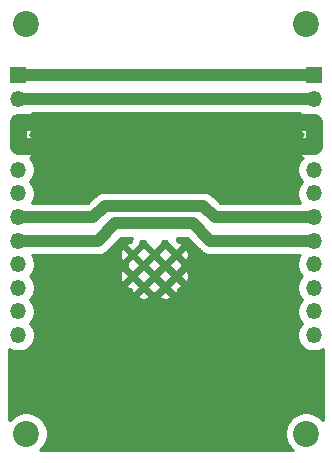
<source format=gbl>
%TF.GenerationSoftware,KiCad,Pcbnew,5.1.7-a382d34a8~88~ubuntu18.04.1*%
%TF.CreationDate,2022-05-18T14:25:08-05:00*%
%TF.ProjectId,Global_Val_Sen_CPU,476c6f62-616c-45f5-9661-6c5f53656e5f,rev?*%
%TF.SameCoordinates,Original*%
%TF.FileFunction,Copper,L2,Bot*%
%TF.FilePolarity,Positive*%
%FSLAX46Y46*%
G04 Gerber Fmt 4.6, Leading zero omitted, Abs format (unit mm)*
G04 Created by KiCad (PCBNEW 5.1.7-a382d34a8~88~ubuntu18.04.1) date 2022-05-18 14:25:08*
%MOMM*%
%LPD*%
G01*
G04 APERTURE LIST*
%TA.AperFunction,ComponentPad*%
%ADD10O,1.350000X1.350000*%
%TD*%
%TA.AperFunction,ComponentPad*%
%ADD11R,1.350000X1.350000*%
%TD*%
%TA.AperFunction,ComponentPad*%
%ADD12C,2.200000*%
%TD*%
%TA.AperFunction,ComponentPad*%
%ADD13C,0.762000*%
%TD*%
%TA.AperFunction,Conductor*%
%ADD14C,1.000000*%
%TD*%
%TA.AperFunction,Conductor*%
%ADD15C,1.400000*%
%TD*%
%TA.AperFunction,Conductor*%
%ADD16C,0.254000*%
%TD*%
%TA.AperFunction,Conductor*%
%ADD17C,0.100000*%
%TD*%
G04 APERTURE END LIST*
D10*
%TO.P,JD_cpu1,12*%
%TO.N,CS*%
X86500000Y-68500000D03*
%TO.P,JD_cpu1,11*%
%TO.N,CLK*%
X86500000Y-66500000D03*
%TO.P,JD_cpu1,10*%
%TO.N,MISO*%
X86500000Y-64500000D03*
%TO.P,JD_cpu1,9*%
%TO.N,SDA0*%
X86500000Y-62500000D03*
%TO.P,JD_cpu1,8*%
%TO.N,RX*%
X86500000Y-60500000D03*
%TO.P,JD_cpu1,7*%
%TO.N,TX*%
X86500000Y-58500000D03*
%TO.P,JD_cpu1,6*%
%TO.N,SCL0*%
X86500000Y-56500000D03*
%TO.P,JD_cpu1,5*%
%TO.N,MOSI*%
X86500000Y-54500000D03*
%TO.P,JD_cpu1,4*%
%TO.N,GND*%
X86500000Y-52500000D03*
%TO.P,JD_cpu1,3*%
X86500000Y-50500000D03*
%TO.P,JD_cpu1,2*%
%TO.N,+3V3*%
X86500000Y-48500000D03*
D11*
%TO.P,JD_cpu1,1*%
%TO.N,+5V*%
X86500000Y-46500000D03*
%TD*%
D10*
%TO.P,JI_cpu1,12*%
%TO.N,IO33*%
X61500000Y-68500000D03*
%TO.P,JI_cpu1,11*%
%TO.N,IO32*%
X61500000Y-66500000D03*
%TO.P,JI_cpu1,10*%
%TO.N,I35*%
X61500000Y-64500000D03*
%TO.P,JI_cpu1,9*%
%TO.N,I34*%
X61500000Y-62500000D03*
%TO.P,JI_cpu1,8*%
%TO.N,RX*%
X61500000Y-60500000D03*
%TO.P,JI_cpu1,7*%
%TO.N,TX*%
X61500000Y-58500000D03*
%TO.P,JI_cpu1,6*%
%TO.N,S_VN*%
X61500000Y-56500000D03*
%TO.P,JI_cpu1,5*%
%TO.N,S_VP*%
X61500000Y-54500000D03*
%TO.P,JI_cpu1,4*%
%TO.N,GND*%
X61500000Y-52500000D03*
%TO.P,JI_cpu1,3*%
X61500000Y-50500000D03*
%TO.P,JI_cpu1,2*%
%TO.N,+3V3*%
X61500000Y-48500000D03*
D11*
%TO.P,JI_cpu1,1*%
%TO.N,+5V*%
X61500000Y-46500000D03*
%TD*%
D12*
%TO.P,Hrs1,1*%
%TO.N,N/C*%
X85850000Y-42150000D03*
%TD*%
%TO.P,Hdd1,1*%
%TO.N,N/C*%
X85850000Y-76850000D03*
%TD*%
%TO.P,His1,*%
%TO.N,*%
X62150000Y-42150000D03*
%TD*%
%TO.P,Hid1,*%
%TO.N,*%
X62150000Y-76850000D03*
%TD*%
D13*
%TO.P,U1,G.21*%
%TO.N,GND*%
X73917500Y-64425000D03*
%TO.P,U1,G.22*%
X72082500Y-64425000D03*
%TO.P,U1,G.11*%
X73917500Y-60755000D03*
%TO.P,U1,G.12*%
X72082500Y-60755000D03*
%TO.P,U1,G.16*%
X73917500Y-62590000D03*
%TO.P,U1,G.17*%
X72082500Y-62590000D03*
%TO.P,U1,G.18*%
X74835000Y-63507500D03*
%TO.P,U1,G.19*%
X73000000Y-63507500D03*
%TO.P,U1,G.20*%
X71165000Y-63507500D03*
%TO.P,U1,G.13*%
X74835000Y-61672500D03*
%TO.P,U1,G.15*%
X71165000Y-61672500D03*
%TO.P,U1,G.14*%
X73000000Y-61672500D03*
%TD*%
D14*
%TO.N,+3V3*%
X86500000Y-48500000D02*
X61500000Y-48500000D01*
D15*
%TO.N,GND*%
X61500000Y-50500000D02*
X61500000Y-52500000D01*
X61500000Y-52500000D02*
X86500000Y-52500000D01*
X86500000Y-50500000D02*
X61500000Y-50500000D01*
X86500000Y-52500000D02*
X86500000Y-50500000D01*
D14*
%TO.N,+5V*%
X86500000Y-46500000D02*
X61500000Y-46500000D01*
%TO.N,RX*%
X86500000Y-60500000D02*
X77750000Y-60500000D01*
X77750000Y-60500000D02*
X76300000Y-59050000D01*
X76300000Y-59050000D02*
X69700000Y-59050000D01*
X68250000Y-60500000D02*
X61500000Y-60500000D01*
X69700000Y-59050000D02*
X68250000Y-60500000D01*
%TO.N,TX*%
X61500000Y-58500000D02*
X67850000Y-58500000D01*
X67850000Y-58500000D02*
X68800000Y-57550000D01*
X68800000Y-57550000D02*
X77150000Y-57550000D01*
X78100000Y-58500000D02*
X86500000Y-58500000D01*
X77150000Y-57550000D02*
X78100000Y-58500000D01*
%TD*%
D16*
%TO.N,GND*%
X71032516Y-60450438D02*
X71005758Y-60594103D01*
X70834894Y-60630264D01*
X70661448Y-60702108D01*
X70642517Y-60919500D01*
X71165000Y-61441983D01*
X71851983Y-60755000D01*
X71837841Y-60740858D01*
X72068358Y-60510341D01*
X72082500Y-60524483D01*
X72096642Y-60510341D01*
X72327159Y-60740858D01*
X72313017Y-60755000D01*
X73000000Y-61441983D01*
X73686983Y-60755000D01*
X73672841Y-60740858D01*
X73903358Y-60510341D01*
X73917500Y-60524483D01*
X73931642Y-60510341D01*
X74162159Y-60740858D01*
X74148017Y-60755000D01*
X74835000Y-61441983D01*
X75357483Y-60919500D01*
X75338552Y-60702108D01*
X75139562Y-60622516D01*
X74995897Y-60595758D01*
X74959736Y-60424894D01*
X74890192Y-60257000D01*
X75800045Y-60257000D01*
X76854597Y-61311553D01*
X76892393Y-61357607D01*
X76938446Y-61395402D01*
X76938450Y-61395406D01*
X77047432Y-61484845D01*
X77076182Y-61508440D01*
X77157803Y-61552067D01*
X77285866Y-61620518D01*
X77513386Y-61689536D01*
X77535657Y-61691729D01*
X77690705Y-61707000D01*
X77690712Y-61707000D01*
X77750000Y-61712839D01*
X77809288Y-61707000D01*
X85367748Y-61707000D01*
X85275287Y-61845377D01*
X85171109Y-62096885D01*
X85118000Y-62363885D01*
X85118000Y-62636115D01*
X85171109Y-62903115D01*
X85275287Y-63154623D01*
X85426530Y-63380974D01*
X85545556Y-63500000D01*
X85426530Y-63619026D01*
X85275287Y-63845377D01*
X85171109Y-64096885D01*
X85118000Y-64363885D01*
X85118000Y-64636115D01*
X85171109Y-64903115D01*
X85275287Y-65154623D01*
X85426530Y-65380974D01*
X85545556Y-65500000D01*
X85426530Y-65619026D01*
X85275287Y-65845377D01*
X85171109Y-66096885D01*
X85118000Y-66363885D01*
X85118000Y-66636115D01*
X85171109Y-66903115D01*
X85275287Y-67154623D01*
X85426530Y-67380974D01*
X85545556Y-67500000D01*
X85426530Y-67619026D01*
X85275287Y-67845377D01*
X85171109Y-68096885D01*
X85118000Y-68363885D01*
X85118000Y-68636115D01*
X85171109Y-68903115D01*
X85275287Y-69154623D01*
X85426530Y-69380974D01*
X85619026Y-69573470D01*
X85845377Y-69724713D01*
X86096885Y-69828891D01*
X86363885Y-69882000D01*
X86636115Y-69882000D01*
X86903115Y-69828891D01*
X87154623Y-69724713D01*
X87268001Y-69648956D01*
X87268001Y-75719676D01*
X87253588Y-75698105D01*
X87001895Y-75446412D01*
X86705935Y-75248658D01*
X86377082Y-75112442D01*
X86027974Y-75043000D01*
X85672026Y-75043000D01*
X85322918Y-75112442D01*
X84994065Y-75248658D01*
X84698105Y-75446412D01*
X84446412Y-75698105D01*
X84248658Y-75994065D01*
X84112442Y-76322918D01*
X84043000Y-76672026D01*
X84043000Y-77027974D01*
X84112442Y-77377082D01*
X84248658Y-77705935D01*
X84446412Y-78001895D01*
X84698105Y-78253588D01*
X84719674Y-78268000D01*
X63280326Y-78268000D01*
X63301895Y-78253588D01*
X63553588Y-78001895D01*
X63751342Y-77705935D01*
X63887558Y-77377082D01*
X63957000Y-77027974D01*
X63957000Y-76672026D01*
X63887558Y-76322918D01*
X63751342Y-75994065D01*
X63553588Y-75698105D01*
X63301895Y-75446412D01*
X63005935Y-75248658D01*
X62677082Y-75112442D01*
X62327974Y-75043000D01*
X61972026Y-75043000D01*
X61622918Y-75112442D01*
X61294065Y-75248658D01*
X60998105Y-75446412D01*
X60746412Y-75698105D01*
X60732000Y-75719674D01*
X60732000Y-69648957D01*
X60845377Y-69724713D01*
X61096885Y-69828891D01*
X61363885Y-69882000D01*
X61636115Y-69882000D01*
X61903115Y-69828891D01*
X62154623Y-69724713D01*
X62380974Y-69573470D01*
X62573470Y-69380974D01*
X62724713Y-69154623D01*
X62828891Y-68903115D01*
X62882000Y-68636115D01*
X62882000Y-68363885D01*
X62828891Y-68096885D01*
X62724713Y-67845377D01*
X62573470Y-67619026D01*
X62454444Y-67500000D01*
X62573470Y-67380974D01*
X62724713Y-67154623D01*
X62828891Y-66903115D01*
X62882000Y-66636115D01*
X62882000Y-66363885D01*
X62828891Y-66096885D01*
X62724713Y-65845377D01*
X62573470Y-65619026D01*
X62454444Y-65500000D01*
X62573470Y-65380974D01*
X62709092Y-65178000D01*
X71560017Y-65178000D01*
X71578948Y-65395392D01*
X71777938Y-65474984D01*
X71988632Y-65514226D01*
X72202933Y-65511610D01*
X72412606Y-65467236D01*
X72586052Y-65395392D01*
X72604983Y-65178000D01*
X73395017Y-65178000D01*
X73413948Y-65395392D01*
X73612938Y-65474984D01*
X73823632Y-65514226D01*
X74037933Y-65511610D01*
X74247606Y-65467236D01*
X74421052Y-65395392D01*
X74439983Y-65178000D01*
X73917500Y-64655517D01*
X73395017Y-65178000D01*
X72604983Y-65178000D01*
X72082500Y-64655517D01*
X71560017Y-65178000D01*
X62709092Y-65178000D01*
X62724713Y-65154623D01*
X62828891Y-64903115D01*
X62882000Y-64636115D01*
X62882000Y-64363885D01*
X62861436Y-64260500D01*
X70642517Y-64260500D01*
X70661448Y-64477892D01*
X70860438Y-64557484D01*
X71004103Y-64584242D01*
X71040264Y-64755106D01*
X71112108Y-64928552D01*
X71329500Y-64947483D01*
X71851983Y-64425000D01*
X72313017Y-64425000D01*
X72835500Y-64947483D01*
X73000000Y-64933158D01*
X73164500Y-64947483D01*
X73686983Y-64425000D01*
X74148017Y-64425000D01*
X74670500Y-64947483D01*
X74887892Y-64928552D01*
X74967484Y-64729562D01*
X74994242Y-64585897D01*
X75165106Y-64549736D01*
X75338552Y-64477892D01*
X75357483Y-64260500D01*
X74835000Y-63738017D01*
X74148017Y-64425000D01*
X73686983Y-64425000D01*
X73000000Y-63738017D01*
X72313017Y-64425000D01*
X71851983Y-64425000D01*
X71165000Y-63738017D01*
X70642517Y-64260500D01*
X62861436Y-64260500D01*
X62828891Y-64096885D01*
X62724713Y-63845377D01*
X62573470Y-63619026D01*
X62454444Y-63500000D01*
X62540812Y-63413632D01*
X70075774Y-63413632D01*
X70078390Y-63627933D01*
X70122764Y-63837606D01*
X70194608Y-64011052D01*
X70412000Y-64029983D01*
X70934483Y-63507500D01*
X71395517Y-63507500D01*
X72082500Y-64194483D01*
X72769483Y-63507500D01*
X73230517Y-63507500D01*
X73917500Y-64194483D01*
X74604483Y-63507500D01*
X75065517Y-63507500D01*
X75588000Y-64029983D01*
X75805392Y-64011052D01*
X75884984Y-63812062D01*
X75924226Y-63601368D01*
X75921610Y-63387067D01*
X75877236Y-63177394D01*
X75805392Y-63003948D01*
X75588000Y-62985017D01*
X75065517Y-63507500D01*
X74604483Y-63507500D01*
X73917500Y-62820517D01*
X73230517Y-63507500D01*
X72769483Y-63507500D01*
X72082500Y-62820517D01*
X71395517Y-63507500D01*
X70934483Y-63507500D01*
X70412000Y-62985017D01*
X70194608Y-63003948D01*
X70115016Y-63202938D01*
X70075774Y-63413632D01*
X62540812Y-63413632D01*
X62573470Y-63380974D01*
X62724713Y-63154623D01*
X62828891Y-62903115D01*
X62882000Y-62636115D01*
X62882000Y-62425500D01*
X70642517Y-62425500D01*
X70656842Y-62590000D01*
X70642517Y-62754500D01*
X71165000Y-63276983D01*
X71851983Y-62590000D01*
X72313017Y-62590000D01*
X73000000Y-63276983D01*
X73686983Y-62590000D01*
X74148017Y-62590000D01*
X74835000Y-63276983D01*
X75357483Y-62754500D01*
X75343158Y-62590000D01*
X75357483Y-62425500D01*
X74835000Y-61903017D01*
X74148017Y-62590000D01*
X73686983Y-62590000D01*
X73000000Y-61903017D01*
X72313017Y-62590000D01*
X71851983Y-62590000D01*
X71165000Y-61903017D01*
X70642517Y-62425500D01*
X62882000Y-62425500D01*
X62882000Y-62363885D01*
X62828891Y-62096885D01*
X62724713Y-61845377D01*
X62632252Y-61707000D01*
X68190712Y-61707000D01*
X68250000Y-61712839D01*
X68309288Y-61707000D01*
X68309295Y-61707000D01*
X68486613Y-61689536D01*
X68714134Y-61620518D01*
X68792497Y-61578632D01*
X70075774Y-61578632D01*
X70078390Y-61792933D01*
X70122764Y-62002606D01*
X70194608Y-62176052D01*
X70412000Y-62194983D01*
X70934483Y-61672500D01*
X71395517Y-61672500D01*
X72082500Y-62359483D01*
X72769483Y-61672500D01*
X73230517Y-61672500D01*
X73917500Y-62359483D01*
X74604483Y-61672500D01*
X75065517Y-61672500D01*
X75588000Y-62194983D01*
X75805392Y-62176052D01*
X75884984Y-61977062D01*
X75924226Y-61766368D01*
X75921610Y-61552067D01*
X75877236Y-61342394D01*
X75805392Y-61168948D01*
X75588000Y-61150017D01*
X75065517Y-61672500D01*
X74604483Y-61672500D01*
X73917500Y-60985517D01*
X73230517Y-61672500D01*
X72769483Y-61672500D01*
X72082500Y-60985517D01*
X71395517Y-61672500D01*
X70934483Y-61672500D01*
X70412000Y-61150017D01*
X70194608Y-61168948D01*
X70115016Y-61367938D01*
X70075774Y-61578632D01*
X68792497Y-61578632D01*
X68923818Y-61508440D01*
X69107607Y-61357607D01*
X69145411Y-61311543D01*
X70199955Y-60257000D01*
X71109887Y-60257000D01*
X71032516Y-60450438D01*
%TA.AperFunction,Conductor*%
D17*
G36*
X71032516Y-60450438D02*
G01*
X71005758Y-60594103D01*
X70834894Y-60630264D01*
X70661448Y-60702108D01*
X70642517Y-60919500D01*
X71165000Y-61441983D01*
X71851983Y-60755000D01*
X71837841Y-60740858D01*
X72068358Y-60510341D01*
X72082500Y-60524483D01*
X72096642Y-60510341D01*
X72327159Y-60740858D01*
X72313017Y-60755000D01*
X73000000Y-61441983D01*
X73686983Y-60755000D01*
X73672841Y-60740858D01*
X73903358Y-60510341D01*
X73917500Y-60524483D01*
X73931642Y-60510341D01*
X74162159Y-60740858D01*
X74148017Y-60755000D01*
X74835000Y-61441983D01*
X75357483Y-60919500D01*
X75338552Y-60702108D01*
X75139562Y-60622516D01*
X74995897Y-60595758D01*
X74959736Y-60424894D01*
X74890192Y-60257000D01*
X75800045Y-60257000D01*
X76854597Y-61311553D01*
X76892393Y-61357607D01*
X76938446Y-61395402D01*
X76938450Y-61395406D01*
X77047432Y-61484845D01*
X77076182Y-61508440D01*
X77157803Y-61552067D01*
X77285866Y-61620518D01*
X77513386Y-61689536D01*
X77535657Y-61691729D01*
X77690705Y-61707000D01*
X77690712Y-61707000D01*
X77750000Y-61712839D01*
X77809288Y-61707000D01*
X85367748Y-61707000D01*
X85275287Y-61845377D01*
X85171109Y-62096885D01*
X85118000Y-62363885D01*
X85118000Y-62636115D01*
X85171109Y-62903115D01*
X85275287Y-63154623D01*
X85426530Y-63380974D01*
X85545556Y-63500000D01*
X85426530Y-63619026D01*
X85275287Y-63845377D01*
X85171109Y-64096885D01*
X85118000Y-64363885D01*
X85118000Y-64636115D01*
X85171109Y-64903115D01*
X85275287Y-65154623D01*
X85426530Y-65380974D01*
X85545556Y-65500000D01*
X85426530Y-65619026D01*
X85275287Y-65845377D01*
X85171109Y-66096885D01*
X85118000Y-66363885D01*
X85118000Y-66636115D01*
X85171109Y-66903115D01*
X85275287Y-67154623D01*
X85426530Y-67380974D01*
X85545556Y-67500000D01*
X85426530Y-67619026D01*
X85275287Y-67845377D01*
X85171109Y-68096885D01*
X85118000Y-68363885D01*
X85118000Y-68636115D01*
X85171109Y-68903115D01*
X85275287Y-69154623D01*
X85426530Y-69380974D01*
X85619026Y-69573470D01*
X85845377Y-69724713D01*
X86096885Y-69828891D01*
X86363885Y-69882000D01*
X86636115Y-69882000D01*
X86903115Y-69828891D01*
X87154623Y-69724713D01*
X87268001Y-69648956D01*
X87268001Y-75719676D01*
X87253588Y-75698105D01*
X87001895Y-75446412D01*
X86705935Y-75248658D01*
X86377082Y-75112442D01*
X86027974Y-75043000D01*
X85672026Y-75043000D01*
X85322918Y-75112442D01*
X84994065Y-75248658D01*
X84698105Y-75446412D01*
X84446412Y-75698105D01*
X84248658Y-75994065D01*
X84112442Y-76322918D01*
X84043000Y-76672026D01*
X84043000Y-77027974D01*
X84112442Y-77377082D01*
X84248658Y-77705935D01*
X84446412Y-78001895D01*
X84698105Y-78253588D01*
X84719674Y-78268000D01*
X63280326Y-78268000D01*
X63301895Y-78253588D01*
X63553588Y-78001895D01*
X63751342Y-77705935D01*
X63887558Y-77377082D01*
X63957000Y-77027974D01*
X63957000Y-76672026D01*
X63887558Y-76322918D01*
X63751342Y-75994065D01*
X63553588Y-75698105D01*
X63301895Y-75446412D01*
X63005935Y-75248658D01*
X62677082Y-75112442D01*
X62327974Y-75043000D01*
X61972026Y-75043000D01*
X61622918Y-75112442D01*
X61294065Y-75248658D01*
X60998105Y-75446412D01*
X60746412Y-75698105D01*
X60732000Y-75719674D01*
X60732000Y-69648957D01*
X60845377Y-69724713D01*
X61096885Y-69828891D01*
X61363885Y-69882000D01*
X61636115Y-69882000D01*
X61903115Y-69828891D01*
X62154623Y-69724713D01*
X62380974Y-69573470D01*
X62573470Y-69380974D01*
X62724713Y-69154623D01*
X62828891Y-68903115D01*
X62882000Y-68636115D01*
X62882000Y-68363885D01*
X62828891Y-68096885D01*
X62724713Y-67845377D01*
X62573470Y-67619026D01*
X62454444Y-67500000D01*
X62573470Y-67380974D01*
X62724713Y-67154623D01*
X62828891Y-66903115D01*
X62882000Y-66636115D01*
X62882000Y-66363885D01*
X62828891Y-66096885D01*
X62724713Y-65845377D01*
X62573470Y-65619026D01*
X62454444Y-65500000D01*
X62573470Y-65380974D01*
X62709092Y-65178000D01*
X71560017Y-65178000D01*
X71578948Y-65395392D01*
X71777938Y-65474984D01*
X71988632Y-65514226D01*
X72202933Y-65511610D01*
X72412606Y-65467236D01*
X72586052Y-65395392D01*
X72604983Y-65178000D01*
X73395017Y-65178000D01*
X73413948Y-65395392D01*
X73612938Y-65474984D01*
X73823632Y-65514226D01*
X74037933Y-65511610D01*
X74247606Y-65467236D01*
X74421052Y-65395392D01*
X74439983Y-65178000D01*
X73917500Y-64655517D01*
X73395017Y-65178000D01*
X72604983Y-65178000D01*
X72082500Y-64655517D01*
X71560017Y-65178000D01*
X62709092Y-65178000D01*
X62724713Y-65154623D01*
X62828891Y-64903115D01*
X62882000Y-64636115D01*
X62882000Y-64363885D01*
X62861436Y-64260500D01*
X70642517Y-64260500D01*
X70661448Y-64477892D01*
X70860438Y-64557484D01*
X71004103Y-64584242D01*
X71040264Y-64755106D01*
X71112108Y-64928552D01*
X71329500Y-64947483D01*
X71851983Y-64425000D01*
X72313017Y-64425000D01*
X72835500Y-64947483D01*
X73000000Y-64933158D01*
X73164500Y-64947483D01*
X73686983Y-64425000D01*
X74148017Y-64425000D01*
X74670500Y-64947483D01*
X74887892Y-64928552D01*
X74967484Y-64729562D01*
X74994242Y-64585897D01*
X75165106Y-64549736D01*
X75338552Y-64477892D01*
X75357483Y-64260500D01*
X74835000Y-63738017D01*
X74148017Y-64425000D01*
X73686983Y-64425000D01*
X73000000Y-63738017D01*
X72313017Y-64425000D01*
X71851983Y-64425000D01*
X71165000Y-63738017D01*
X70642517Y-64260500D01*
X62861436Y-64260500D01*
X62828891Y-64096885D01*
X62724713Y-63845377D01*
X62573470Y-63619026D01*
X62454444Y-63500000D01*
X62540812Y-63413632D01*
X70075774Y-63413632D01*
X70078390Y-63627933D01*
X70122764Y-63837606D01*
X70194608Y-64011052D01*
X70412000Y-64029983D01*
X70934483Y-63507500D01*
X71395517Y-63507500D01*
X72082500Y-64194483D01*
X72769483Y-63507500D01*
X73230517Y-63507500D01*
X73917500Y-64194483D01*
X74604483Y-63507500D01*
X75065517Y-63507500D01*
X75588000Y-64029983D01*
X75805392Y-64011052D01*
X75884984Y-63812062D01*
X75924226Y-63601368D01*
X75921610Y-63387067D01*
X75877236Y-63177394D01*
X75805392Y-63003948D01*
X75588000Y-62985017D01*
X75065517Y-63507500D01*
X74604483Y-63507500D01*
X73917500Y-62820517D01*
X73230517Y-63507500D01*
X72769483Y-63507500D01*
X72082500Y-62820517D01*
X71395517Y-63507500D01*
X70934483Y-63507500D01*
X70412000Y-62985017D01*
X70194608Y-63003948D01*
X70115016Y-63202938D01*
X70075774Y-63413632D01*
X62540812Y-63413632D01*
X62573470Y-63380974D01*
X62724713Y-63154623D01*
X62828891Y-62903115D01*
X62882000Y-62636115D01*
X62882000Y-62425500D01*
X70642517Y-62425500D01*
X70656842Y-62590000D01*
X70642517Y-62754500D01*
X71165000Y-63276983D01*
X71851983Y-62590000D01*
X72313017Y-62590000D01*
X73000000Y-63276983D01*
X73686983Y-62590000D01*
X74148017Y-62590000D01*
X74835000Y-63276983D01*
X75357483Y-62754500D01*
X75343158Y-62590000D01*
X75357483Y-62425500D01*
X74835000Y-61903017D01*
X74148017Y-62590000D01*
X73686983Y-62590000D01*
X73000000Y-61903017D01*
X72313017Y-62590000D01*
X71851983Y-62590000D01*
X71165000Y-61903017D01*
X70642517Y-62425500D01*
X62882000Y-62425500D01*
X62882000Y-62363885D01*
X62828891Y-62096885D01*
X62724713Y-61845377D01*
X62632252Y-61707000D01*
X68190712Y-61707000D01*
X68250000Y-61712839D01*
X68309288Y-61707000D01*
X68309295Y-61707000D01*
X68486613Y-61689536D01*
X68714134Y-61620518D01*
X68792497Y-61578632D01*
X70075774Y-61578632D01*
X70078390Y-61792933D01*
X70122764Y-62002606D01*
X70194608Y-62176052D01*
X70412000Y-62194983D01*
X70934483Y-61672500D01*
X71395517Y-61672500D01*
X72082500Y-62359483D01*
X72769483Y-61672500D01*
X73230517Y-61672500D01*
X73917500Y-62359483D01*
X74604483Y-61672500D01*
X75065517Y-61672500D01*
X75588000Y-62194983D01*
X75805392Y-62176052D01*
X75884984Y-61977062D01*
X75924226Y-61766368D01*
X75921610Y-61552067D01*
X75877236Y-61342394D01*
X75805392Y-61168948D01*
X75588000Y-61150017D01*
X75065517Y-61672500D01*
X74604483Y-61672500D01*
X73917500Y-60985517D01*
X73230517Y-61672500D01*
X72769483Y-61672500D01*
X72082500Y-60985517D01*
X71395517Y-61672500D01*
X70934483Y-61672500D01*
X70412000Y-61150017D01*
X70194608Y-61168948D01*
X70115016Y-61367938D01*
X70075774Y-61578632D01*
X68792497Y-61578632D01*
X68923818Y-61508440D01*
X69107607Y-61357607D01*
X69145411Y-61311543D01*
X70199955Y-60257000D01*
X71109887Y-60257000D01*
X71032516Y-60450438D01*
G37*
%TD.AperFunction*%
D16*
X85293928Y-49825217D02*
X85185459Y-50073476D01*
X85170041Y-50124323D01*
X85305823Y-50337000D01*
X86337000Y-50337000D01*
X86337000Y-50317000D01*
X86663000Y-50317000D01*
X86663000Y-50337000D01*
X86683000Y-50337000D01*
X86683000Y-50663000D01*
X86663000Y-50663000D01*
X86663000Y-52337000D01*
X86683000Y-52337000D01*
X86683000Y-52663000D01*
X86663000Y-52663000D01*
X86663000Y-52683000D01*
X86337000Y-52683000D01*
X86337000Y-52663000D01*
X85305823Y-52663000D01*
X85170041Y-52875677D01*
X85185459Y-52926524D01*
X85293928Y-53174783D01*
X85448746Y-53397110D01*
X85550516Y-53495040D01*
X85426530Y-53619026D01*
X85275287Y-53845377D01*
X85171109Y-54096885D01*
X85118000Y-54363885D01*
X85118000Y-54636115D01*
X85171109Y-54903115D01*
X85275287Y-55154623D01*
X85426530Y-55380974D01*
X85545556Y-55500000D01*
X85426530Y-55619026D01*
X85275287Y-55845377D01*
X85171109Y-56096885D01*
X85118000Y-56363885D01*
X85118000Y-56636115D01*
X85171109Y-56903115D01*
X85275287Y-57154623D01*
X85367748Y-57293000D01*
X78599955Y-57293000D01*
X78045411Y-56738457D01*
X78007607Y-56692393D01*
X77823818Y-56541560D01*
X77614134Y-56429482D01*
X77386613Y-56360464D01*
X77209295Y-56343000D01*
X77209288Y-56343000D01*
X77150000Y-56337161D01*
X77090712Y-56343000D01*
X68859288Y-56343000D01*
X68800000Y-56337161D01*
X68740712Y-56343000D01*
X68740705Y-56343000D01*
X68585657Y-56358271D01*
X68563386Y-56360464D01*
X68335866Y-56429482D01*
X68126182Y-56541560D01*
X67942393Y-56692393D01*
X67904593Y-56738452D01*
X67350046Y-57293000D01*
X62632252Y-57293000D01*
X62724713Y-57154623D01*
X62828891Y-56903115D01*
X62882000Y-56636115D01*
X62882000Y-56363885D01*
X62828891Y-56096885D01*
X62724713Y-55845377D01*
X62573470Y-55619026D01*
X62454444Y-55500000D01*
X62573470Y-55380974D01*
X62724713Y-55154623D01*
X62828891Y-54903115D01*
X62882000Y-54636115D01*
X62882000Y-54363885D01*
X62828891Y-54096885D01*
X62724713Y-53845377D01*
X62573470Y-53619026D01*
X62449484Y-53495040D01*
X62551254Y-53397110D01*
X62706072Y-53174783D01*
X62814541Y-52926524D01*
X62829959Y-52875677D01*
X62694177Y-52663000D01*
X61663000Y-52663000D01*
X61663000Y-52683000D01*
X61337000Y-52683000D01*
X61337000Y-52663000D01*
X61317000Y-52663000D01*
X61317000Y-52337000D01*
X61337000Y-52337000D01*
X61337000Y-50663000D01*
X61663000Y-50663000D01*
X61663000Y-52337000D01*
X62694177Y-52337000D01*
X62829959Y-52124323D01*
X62814541Y-52073476D01*
X62706072Y-51825217D01*
X62551254Y-51602890D01*
X62444330Y-51500000D01*
X62551254Y-51397110D01*
X62706072Y-51174783D01*
X62814541Y-50926524D01*
X62829959Y-50875677D01*
X85170041Y-50875677D01*
X85185459Y-50926524D01*
X85293928Y-51174783D01*
X85448746Y-51397110D01*
X85555670Y-51500000D01*
X85448746Y-51602890D01*
X85293928Y-51825217D01*
X85185459Y-52073476D01*
X85170041Y-52124323D01*
X85305823Y-52337000D01*
X86337000Y-52337000D01*
X86337000Y-50663000D01*
X85305823Y-50663000D01*
X85170041Y-50875677D01*
X62829959Y-50875677D01*
X62694177Y-50663000D01*
X61663000Y-50663000D01*
X61337000Y-50663000D01*
X61317000Y-50663000D01*
X61317000Y-50337000D01*
X61337000Y-50337000D01*
X61337000Y-50317000D01*
X61663000Y-50317000D01*
X61663000Y-50337000D01*
X62694177Y-50337000D01*
X62829959Y-50124323D01*
X62814541Y-50073476D01*
X62706072Y-49825217D01*
X62623751Y-49707000D01*
X85376249Y-49707000D01*
X85293928Y-49825217D01*
%TA.AperFunction,Conductor*%
D17*
G36*
X85293928Y-49825217D02*
G01*
X85185459Y-50073476D01*
X85170041Y-50124323D01*
X85305823Y-50337000D01*
X86337000Y-50337000D01*
X86337000Y-50317000D01*
X86663000Y-50317000D01*
X86663000Y-50337000D01*
X86683000Y-50337000D01*
X86683000Y-50663000D01*
X86663000Y-50663000D01*
X86663000Y-52337000D01*
X86683000Y-52337000D01*
X86683000Y-52663000D01*
X86663000Y-52663000D01*
X86663000Y-52683000D01*
X86337000Y-52683000D01*
X86337000Y-52663000D01*
X85305823Y-52663000D01*
X85170041Y-52875677D01*
X85185459Y-52926524D01*
X85293928Y-53174783D01*
X85448746Y-53397110D01*
X85550516Y-53495040D01*
X85426530Y-53619026D01*
X85275287Y-53845377D01*
X85171109Y-54096885D01*
X85118000Y-54363885D01*
X85118000Y-54636115D01*
X85171109Y-54903115D01*
X85275287Y-55154623D01*
X85426530Y-55380974D01*
X85545556Y-55500000D01*
X85426530Y-55619026D01*
X85275287Y-55845377D01*
X85171109Y-56096885D01*
X85118000Y-56363885D01*
X85118000Y-56636115D01*
X85171109Y-56903115D01*
X85275287Y-57154623D01*
X85367748Y-57293000D01*
X78599955Y-57293000D01*
X78045411Y-56738457D01*
X78007607Y-56692393D01*
X77823818Y-56541560D01*
X77614134Y-56429482D01*
X77386613Y-56360464D01*
X77209295Y-56343000D01*
X77209288Y-56343000D01*
X77150000Y-56337161D01*
X77090712Y-56343000D01*
X68859288Y-56343000D01*
X68800000Y-56337161D01*
X68740712Y-56343000D01*
X68740705Y-56343000D01*
X68585657Y-56358271D01*
X68563386Y-56360464D01*
X68335866Y-56429482D01*
X68126182Y-56541560D01*
X67942393Y-56692393D01*
X67904593Y-56738452D01*
X67350046Y-57293000D01*
X62632252Y-57293000D01*
X62724713Y-57154623D01*
X62828891Y-56903115D01*
X62882000Y-56636115D01*
X62882000Y-56363885D01*
X62828891Y-56096885D01*
X62724713Y-55845377D01*
X62573470Y-55619026D01*
X62454444Y-55500000D01*
X62573470Y-55380974D01*
X62724713Y-55154623D01*
X62828891Y-54903115D01*
X62882000Y-54636115D01*
X62882000Y-54363885D01*
X62828891Y-54096885D01*
X62724713Y-53845377D01*
X62573470Y-53619026D01*
X62449484Y-53495040D01*
X62551254Y-53397110D01*
X62706072Y-53174783D01*
X62814541Y-52926524D01*
X62829959Y-52875677D01*
X62694177Y-52663000D01*
X61663000Y-52663000D01*
X61663000Y-52683000D01*
X61337000Y-52683000D01*
X61337000Y-52663000D01*
X61317000Y-52663000D01*
X61317000Y-52337000D01*
X61337000Y-52337000D01*
X61337000Y-50663000D01*
X61663000Y-50663000D01*
X61663000Y-52337000D01*
X62694177Y-52337000D01*
X62829959Y-52124323D01*
X62814541Y-52073476D01*
X62706072Y-51825217D01*
X62551254Y-51602890D01*
X62444330Y-51500000D01*
X62551254Y-51397110D01*
X62706072Y-51174783D01*
X62814541Y-50926524D01*
X62829959Y-50875677D01*
X85170041Y-50875677D01*
X85185459Y-50926524D01*
X85293928Y-51174783D01*
X85448746Y-51397110D01*
X85555670Y-51500000D01*
X85448746Y-51602890D01*
X85293928Y-51825217D01*
X85185459Y-52073476D01*
X85170041Y-52124323D01*
X85305823Y-52337000D01*
X86337000Y-52337000D01*
X86337000Y-50663000D01*
X85305823Y-50663000D01*
X85170041Y-50875677D01*
X62829959Y-50875677D01*
X62694177Y-50663000D01*
X61663000Y-50663000D01*
X61337000Y-50663000D01*
X61317000Y-50663000D01*
X61317000Y-50337000D01*
X61337000Y-50337000D01*
X61337000Y-50317000D01*
X61663000Y-50317000D01*
X61663000Y-50337000D01*
X62694177Y-50337000D01*
X62829959Y-50124323D01*
X62814541Y-50073476D01*
X62706072Y-49825217D01*
X62623751Y-49707000D01*
X85376249Y-49707000D01*
X85293928Y-49825217D01*
G37*
%TD.AperFunction*%
%TD*%
M02*

</source>
